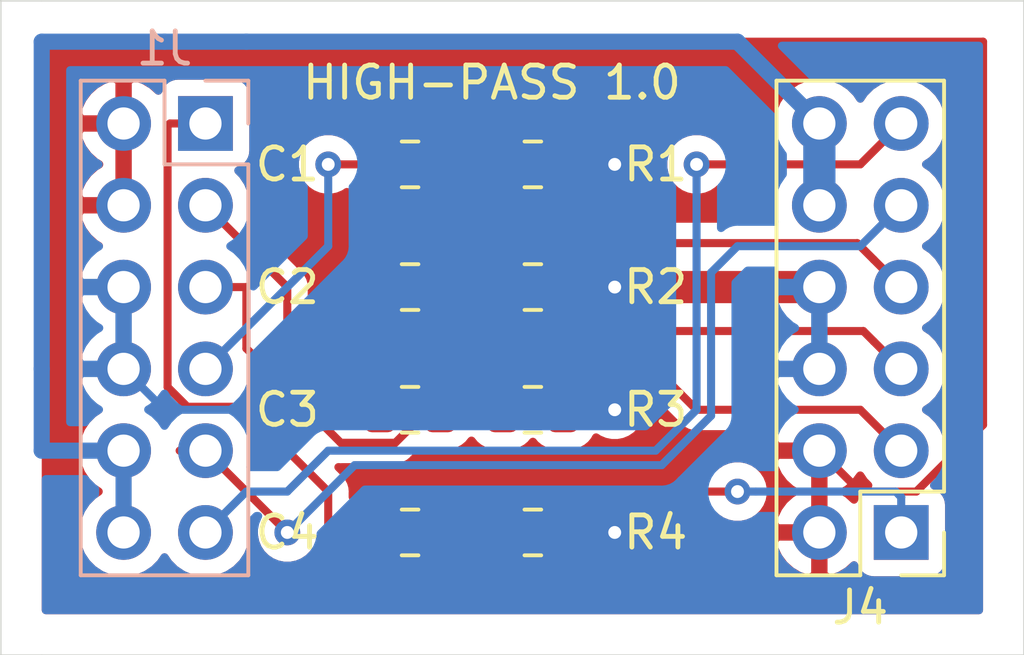
<source format=kicad_pcb>
(kicad_pcb (version 20171130) (host pcbnew "(5.1.5-0-10_14)")

  (general
    (thickness 1.6)
    (drawings 8)
    (tracks 113)
    (zones 0)
    (modules 10)
    (nets 14)
  )

  (page A4)
  (layers
    (0 F.Cu signal hide)
    (31 B.Cu signal)
    (32 B.Adhes user)
    (33 F.Adhes user)
    (34 B.Paste user)
    (35 F.Paste user)
    (36 B.SilkS user)
    (37 F.SilkS user)
    (38 B.Mask user)
    (39 F.Mask user)
    (40 Dwgs.User user)
    (41 Cmts.User user)
    (42 Eco1.User user)
    (43 Eco2.User user)
    (44 Edge.Cuts user)
    (45 Margin user)
    (46 B.CrtYd user)
    (47 F.CrtYd user)
    (48 B.Fab user)
    (49 F.Fab user)
  )

  (setup
    (last_trace_width 0.25)
    (trace_clearance 0.2)
    (zone_clearance 0.508)
    (zone_45_only no)
    (trace_min 0.2)
    (via_size 0.8)
    (via_drill 0.4)
    (via_min_size 0.4)
    (via_min_drill 0.3)
    (uvia_size 0.3)
    (uvia_drill 0.1)
    (uvias_allowed no)
    (uvia_min_size 0.2)
    (uvia_min_drill 0.1)
    (edge_width 0.05)
    (segment_width 0.2)
    (pcb_text_width 0.3)
    (pcb_text_size 1.5 1.5)
    (mod_edge_width 0.12)
    (mod_text_size 1 1)
    (mod_text_width 0.15)
    (pad_size 1.524 1.524)
    (pad_drill 0.762)
    (pad_to_mask_clearance 0.051)
    (solder_mask_min_width 0.25)
    (aux_axis_origin 0 0)
    (visible_elements FFFFFF7F)
    (pcbplotparams
      (layerselection 0x010fc_ffffffff)
      (usegerberextensions false)
      (usegerberattributes false)
      (usegerberadvancedattributes false)
      (creategerberjobfile false)
      (excludeedgelayer true)
      (linewidth 0.100000)
      (plotframeref false)
      (viasonmask false)
      (mode 1)
      (useauxorigin false)
      (hpglpennumber 1)
      (hpglpenspeed 20)
      (hpglpendiameter 15.000000)
      (psnegative false)
      (psa4output false)
      (plotreference true)
      (plotvalue true)
      (plotinvisibletext false)
      (padsonsilk false)
      (subtractmaskfromsilk false)
      (outputformat 1)
      (mirror false)
      (drillshape 0)
      (scaleselection 1)
      (outputdirectory ""))
  )

  (net 0 "")
  (net 1 "Net-(C1-Pad1)")
  (net 2 "Net-(C1-Pad2)")
  (net 3 "Net-(C2-Pad2)")
  (net 4 "Net-(C2-Pad1)")
  (net 5 "Net-(C3-Pad1)")
  (net 6 "Net-(C3-Pad2)")
  (net 7 "Net-(C4-Pad2)")
  (net 8 "Net-(C4-Pad1)")
  (net 9 "Net-(J1-Pad9)")
  (net 10 "Net-(J1-Pad10)")
  (net 11 "Net-(J1-Pad11)")
  (net 12 VCC)
  (net 13 GND)

  (net_class Default "This is the default net class."
    (clearance 0.2)
    (trace_width 0.25)
    (via_dia 0.8)
    (via_drill 0.4)
    (uvia_dia 0.3)
    (uvia_drill 0.1)
    (add_net GND)
    (add_net "Net-(C1-Pad1)")
    (add_net "Net-(C1-Pad2)")
    (add_net "Net-(C2-Pad1)")
    (add_net "Net-(C2-Pad2)")
    (add_net "Net-(C3-Pad1)")
    (add_net "Net-(C3-Pad2)")
    (add_net "Net-(C4-Pad1)")
    (add_net "Net-(C4-Pad2)")
    (add_net "Net-(J1-Pad10)")
    (add_net "Net-(J1-Pad11)")
    (add_net "Net-(J1-Pad9)")
    (add_net VCC)
  )

  (module Connector_PinHeader_2.54mm:PinHeader_2x06_P2.54mm_Vertical (layer B.Cu) (tedit 59FED5CC) (tstamp 6046EF80)
    (at 85.09 107.95 180)
    (descr "Through hole straight pin header, 2x06, 2.54mm pitch, double rows")
    (tags "Through hole pin header THT 2x06 2.54mm double row")
    (path /6046DE6F)
    (fp_text reference J1 (at 1.27 2.33) (layer B.SilkS)
      (effects (font (size 1 1) (thickness 0.15)) (justify mirror))
    )
    (fp_text value "Male Pins" (at 1.27 -15.03) (layer B.Fab)
      (effects (font (size 1 1) (thickness 0.15)) (justify mirror))
    )
    (fp_line (start 0 1.27) (end 3.81 1.27) (layer B.Fab) (width 0.1))
    (fp_line (start 3.81 1.27) (end 3.81 -13.97) (layer B.Fab) (width 0.1))
    (fp_line (start 3.81 -13.97) (end -1.27 -13.97) (layer B.Fab) (width 0.1))
    (fp_line (start -1.27 -13.97) (end -1.27 0) (layer B.Fab) (width 0.1))
    (fp_line (start -1.27 0) (end 0 1.27) (layer B.Fab) (width 0.1))
    (fp_line (start -1.33 -14.03) (end 3.87 -14.03) (layer B.SilkS) (width 0.12))
    (fp_line (start -1.33 -1.27) (end -1.33 -14.03) (layer B.SilkS) (width 0.12))
    (fp_line (start 3.87 1.33) (end 3.87 -14.03) (layer B.SilkS) (width 0.12))
    (fp_line (start -1.33 -1.27) (end 1.27 -1.27) (layer B.SilkS) (width 0.12))
    (fp_line (start 1.27 -1.27) (end 1.27 1.33) (layer B.SilkS) (width 0.12))
    (fp_line (start 1.27 1.33) (end 3.87 1.33) (layer B.SilkS) (width 0.12))
    (fp_line (start -1.33 0) (end -1.33 1.33) (layer B.SilkS) (width 0.12))
    (fp_line (start -1.33 1.33) (end 0 1.33) (layer B.SilkS) (width 0.12))
    (fp_line (start -1.8 1.8) (end -1.8 -14.5) (layer B.CrtYd) (width 0.05))
    (fp_line (start -1.8 -14.5) (end 4.35 -14.5) (layer B.CrtYd) (width 0.05))
    (fp_line (start 4.35 -14.5) (end 4.35 1.8) (layer B.CrtYd) (width 0.05))
    (fp_line (start 4.35 1.8) (end -1.8 1.8) (layer B.CrtYd) (width 0.05))
    (fp_text user %R (at 1.27 -6.35 270) (layer B.Fab)
      (effects (font (size 1 1) (thickness 0.15)) (justify mirror))
    )
    (pad 1 thru_hole rect (at 0 0 180) (size 1.7 1.7) (drill 1) (layers *.Cu *.Mask)
      (net 1 "Net-(C1-Pad1)"))
    (pad 2 thru_hole oval (at 2.54 0 180) (size 1.7 1.7) (drill 1) (layers *.Cu *.Mask)
      (net 12 VCC))
    (pad 3 thru_hole oval (at 0 -2.54 180) (size 1.7 1.7) (drill 1) (layers *.Cu *.Mask)
      (net 3 "Net-(C2-Pad2)"))
    (pad 4 thru_hole oval (at 2.54 -2.54 180) (size 1.7 1.7) (drill 1) (layers *.Cu *.Mask)
      (net 12 VCC))
    (pad 5 thru_hole oval (at 0 -5.08 180) (size 1.7 1.7) (drill 1) (layers *.Cu *.Mask)
      (net 6 "Net-(C3-Pad2)"))
    (pad 6 thru_hole oval (at 2.54 -5.08 180) (size 1.7 1.7) (drill 1) (layers *.Cu *.Mask)
      (net 13 GND))
    (pad 7 thru_hole oval (at 0 -7.62 180) (size 1.7 1.7) (drill 1) (layers *.Cu *.Mask)
      (net 7 "Net-(C4-Pad2)"))
    (pad 8 thru_hole oval (at 2.54 -7.62 180) (size 1.7 1.7) (drill 1) (layers *.Cu *.Mask)
      (net 13 GND))
    (pad 9 thru_hole oval (at 0 -10.16 180) (size 1.7 1.7) (drill 1) (layers *.Cu *.Mask)
      (net 9 "Net-(J1-Pad9)"))
    (pad 10 thru_hole oval (at 2.54 -10.16 180) (size 1.7 1.7) (drill 1) (layers *.Cu *.Mask)
      (net 10 "Net-(J1-Pad10)"))
    (pad 11 thru_hole oval (at 0 -12.7 180) (size 1.7 1.7) (drill 1) (layers *.Cu *.Mask)
      (net 11 "Net-(J1-Pad11)"))
    (pad 12 thru_hole oval (at 2.54 -12.7 180) (size 1.7 1.7) (drill 1) (layers *.Cu *.Mask)
      (net 10 "Net-(J1-Pad10)"))
    (model ${KISYS3DMOD}/Connector_PinHeader_2.54mm.3dshapes/PinHeader_2x06_P2.54mm_Vertical.wrl
      (at (xyz 0 0 0))
      (scale (xyz 1 1 1))
      (rotate (xyz 0 0 0))
    )
  )

  (module Connector_PinHeader_2.54mm:PinHeader_2x06_P2.54mm_Vertical (layer F.Cu) (tedit 59FED5CC) (tstamp 6046EFE6)
    (at 106.68 120.65 180)
    (descr "Through hole straight pin header, 2x06, 2.54mm pitch, double rows")
    (tags "Through hole pin header THT 2x06 2.54mm double row")
    (path /6046EF8D)
    (fp_text reference J4 (at 1.27 -2.33) (layer F.SilkS)
      (effects (font (size 1 1) (thickness 0.15)))
    )
    (fp_text value "Female Sockets" (at 1.27 15.03) (layer F.Fab)
      (effects (font (size 1 1) (thickness 0.15)))
    )
    (fp_text user %R (at 3.81 -2.54 90) (layer F.Fab)
      (effects (font (size 1 1) (thickness 0.15)))
    )
    (fp_line (start 4.35 -1.8) (end -1.8 -1.8) (layer F.CrtYd) (width 0.05))
    (fp_line (start 4.35 14.5) (end 4.35 -1.8) (layer F.CrtYd) (width 0.05))
    (fp_line (start -1.8 14.5) (end 4.35 14.5) (layer F.CrtYd) (width 0.05))
    (fp_line (start -1.8 -1.8) (end -1.8 14.5) (layer F.CrtYd) (width 0.05))
    (fp_line (start -1.33 -1.33) (end 0 -1.33) (layer F.SilkS) (width 0.12))
    (fp_line (start -1.33 0) (end -1.33 -1.33) (layer F.SilkS) (width 0.12))
    (fp_line (start 1.27 -1.33) (end 3.87 -1.33) (layer F.SilkS) (width 0.12))
    (fp_line (start 1.27 1.27) (end 1.27 -1.33) (layer F.SilkS) (width 0.12))
    (fp_line (start -1.33 1.27) (end 1.27 1.27) (layer F.SilkS) (width 0.12))
    (fp_line (start 3.87 -1.33) (end 3.87 14.03) (layer F.SilkS) (width 0.12))
    (fp_line (start -1.33 1.27) (end -1.33 14.03) (layer F.SilkS) (width 0.12))
    (fp_line (start -1.33 14.03) (end 3.87 14.03) (layer F.SilkS) (width 0.12))
    (fp_line (start -1.27 0) (end 0 -1.27) (layer F.Fab) (width 0.1))
    (fp_line (start -1.27 13.97) (end -1.27 0) (layer F.Fab) (width 0.1))
    (fp_line (start 3.81 13.97) (end -1.27 13.97) (layer F.Fab) (width 0.1))
    (fp_line (start 3.81 -1.27) (end 3.81 13.97) (layer F.Fab) (width 0.1))
    (fp_line (start 0 -1.27) (end 3.81 -1.27) (layer F.Fab) (width 0.1))
    (pad 12 thru_hole oval (at 2.54 12.7 180) (size 1.7 1.7) (drill 1) (layers *.Cu *.Mask)
      (net 10 "Net-(J1-Pad10)"))
    (pad 11 thru_hole oval (at 0 12.7 180) (size 1.7 1.7) (drill 1) (layers *.Cu *.Mask)
      (net 11 "Net-(J1-Pad11)"))
    (pad 10 thru_hole oval (at 2.54 10.16 180) (size 1.7 1.7) (drill 1) (layers *.Cu *.Mask)
      (net 10 "Net-(J1-Pad10)"))
    (pad 9 thru_hole oval (at 0 10.16 180) (size 1.7 1.7) (drill 1) (layers *.Cu *.Mask)
      (net 9 "Net-(J1-Pad9)"))
    (pad 8 thru_hole oval (at 2.54 7.62 180) (size 1.7 1.7) (drill 1) (layers *.Cu *.Mask)
      (net 13 GND))
    (pad 7 thru_hole oval (at 0 7.62 180) (size 1.7 1.7) (drill 1) (layers *.Cu *.Mask)
      (net 8 "Net-(C4-Pad1)"))
    (pad 6 thru_hole oval (at 2.54 5.08 180) (size 1.7 1.7) (drill 1) (layers *.Cu *.Mask)
      (net 13 GND))
    (pad 5 thru_hole oval (at 0 5.08 180) (size 1.7 1.7) (drill 1) (layers *.Cu *.Mask)
      (net 5 "Net-(C3-Pad1)"))
    (pad 4 thru_hole oval (at 2.54 2.54 180) (size 1.7 1.7) (drill 1) (layers *.Cu *.Mask)
      (net 12 VCC))
    (pad 3 thru_hole oval (at 0 2.54 180) (size 1.7 1.7) (drill 1) (layers *.Cu *.Mask)
      (net 4 "Net-(C2-Pad1)"))
    (pad 2 thru_hole oval (at 2.54 0 180) (size 1.7 1.7) (drill 1) (layers *.Cu *.Mask)
      (net 12 VCC))
    (pad 1 thru_hole rect (at 0 0 180) (size 1.7 1.7) (drill 1) (layers *.Cu *.Mask)
      (net 2 "Net-(C1-Pad2)"))
    (model ${KISYS3DMOD}/Connector_PinHeader_2.54mm.3dshapes/PinHeader_2x06_P2.54mm_Vertical.wrl
      (at (xyz 0 0 0))
      (scale (xyz 1 1 1))
      (rotate (xyz 0 0 0))
    )
  )

  (module Resistor_SMD:R_0805_2012Metric (layer F.Cu) (tedit 5B36C52B) (tstamp 6046EFF7)
    (at 95.25 109.22)
    (descr "Resistor SMD 0805 (2012 Metric), square (rectangular) end terminal, IPC_7351 nominal, (Body size source: https://docs.google.com/spreadsheets/d/1BsfQQcO9C6DZCsRaXUlFlo91Tg2WpOkGARC1WS5S8t0/edit?usp=sharing), generated with kicad-footprint-generator")
    (tags resistor)
    (path /60480418)
    (attr smd)
    (fp_text reference R1 (at 3.81 0) (layer F.SilkS)
      (effects (font (size 1 1) (thickness 0.15)))
    )
    (fp_text value 10k0 (at 1.27 -2.54) (layer F.Fab)
      (effects (font (size 1 1) (thickness 0.15)))
    )
    (fp_line (start -1 0.6) (end -1 -0.6) (layer F.Fab) (width 0.1))
    (fp_line (start -1 -0.6) (end 1 -0.6) (layer F.Fab) (width 0.1))
    (fp_line (start 1 -0.6) (end 1 0.6) (layer F.Fab) (width 0.1))
    (fp_line (start 1 0.6) (end -1 0.6) (layer F.Fab) (width 0.1))
    (fp_line (start -0.258578 -0.71) (end 0.258578 -0.71) (layer F.SilkS) (width 0.12))
    (fp_line (start -0.258578 0.71) (end 0.258578 0.71) (layer F.SilkS) (width 0.12))
    (fp_line (start -1.68 0.95) (end -1.68 -0.95) (layer F.CrtYd) (width 0.05))
    (fp_line (start -1.68 -0.95) (end 1.68 -0.95) (layer F.CrtYd) (width 0.05))
    (fp_line (start 1.68 -0.95) (end 1.68 0.95) (layer F.CrtYd) (width 0.05))
    (fp_line (start 1.68 0.95) (end -1.68 0.95) (layer F.CrtYd) (width 0.05))
    (fp_text user %R (at 0 0) (layer F.Fab)
      (effects (font (size 0.5 0.5) (thickness 0.08)))
    )
    (pad 1 smd roundrect (at -0.9375 0) (size 0.975 1.4) (layers F.Cu F.Paste F.Mask) (roundrect_rratio 0.25)
      (net 8 "Net-(C4-Pad1)"))
    (pad 2 smd roundrect (at 0.9375 0) (size 0.975 1.4) (layers F.Cu F.Paste F.Mask) (roundrect_rratio 0.25)
      (net 13 GND))
    (model ${KISYS3DMOD}/Resistor_SMD.3dshapes/R_0805_2012Metric.wrl
      (at (xyz 0 0 0))
      (scale (xyz 1 1 1))
      (rotate (xyz 0 0 0))
    )
  )

  (module Resistor_SMD:R_0805_2012Metric (layer F.Cu) (tedit 5B36C52B) (tstamp 6046EF2B)
    (at 91.44 120.65)
    (descr "Resistor SMD 0805 (2012 Metric), square (rectangular) end terminal, IPC_7351 nominal, (Body size source: https://docs.google.com/spreadsheets/d/1BsfQQcO9C6DZCsRaXUlFlo91Tg2WpOkGARC1WS5S8t0/edit?usp=sharing), generated with kicad-footprint-generator")
    (tags resistor)
    (path /60474937)
    (attr smd)
    (fp_text reference C1 (at -3.81 -11.43) (layer F.SilkS)
      (effects (font (size 1 1) (thickness 0.15)))
    )
    (fp_text value 0u01F (at 0 1.65) (layer F.Fab)
      (effects (font (size 1 1) (thickness 0.15)))
    )
    (fp_line (start -1 0.6) (end -1 -0.6) (layer F.Fab) (width 0.1))
    (fp_line (start -1 -0.6) (end 1 -0.6) (layer F.Fab) (width 0.1))
    (fp_line (start 1 -0.6) (end 1 0.6) (layer F.Fab) (width 0.1))
    (fp_line (start 1 0.6) (end -1 0.6) (layer F.Fab) (width 0.1))
    (fp_line (start -0.258578 -0.71) (end 0.258578 -0.71) (layer F.SilkS) (width 0.12))
    (fp_line (start -0.258578 0.71) (end 0.258578 0.71) (layer F.SilkS) (width 0.12))
    (fp_line (start -1.68 0.95) (end -1.68 -0.95) (layer F.CrtYd) (width 0.05))
    (fp_line (start -1.68 -0.95) (end 1.68 -0.95) (layer F.CrtYd) (width 0.05))
    (fp_line (start 1.68 -0.95) (end 1.68 0.95) (layer F.CrtYd) (width 0.05))
    (fp_line (start 1.68 0.95) (end -1.68 0.95) (layer F.CrtYd) (width 0.05))
    (fp_text user %R (at 0 0) (layer F.Fab)
      (effects (font (size 0.5 0.5) (thickness 0.08)))
    )
    (pad 1 smd roundrect (at -0.9375 0) (size 0.975 1.4) (layers F.Cu F.Paste F.Mask) (roundrect_rratio 0.25)
      (net 1 "Net-(C1-Pad1)"))
    (pad 2 smd roundrect (at 0.9375 0) (size 0.975 1.4) (layers F.Cu F.Paste F.Mask) (roundrect_rratio 0.25)
      (net 2 "Net-(C1-Pad2)"))
    (model ${KISYS3DMOD}/Resistor_SMD.3dshapes/R_0805_2012Metric.wrl
      (at (xyz 0 0 0))
      (scale (xyz 1 1 1))
      (rotate (xyz 0 0 0))
    )
  )

  (module Resistor_SMD:R_0805_2012Metric (layer F.Cu) (tedit 5B36C52B) (tstamp 6046EF3C)
    (at 91.44 116.84 180)
    (descr "Resistor SMD 0805 (2012 Metric), square (rectangular) end terminal, IPC_7351 nominal, (Body size source: https://docs.google.com/spreadsheets/d/1BsfQQcO9C6DZCsRaXUlFlo91Tg2WpOkGARC1WS5S8t0/edit?usp=sharing), generated with kicad-footprint-generator")
    (tags resistor)
    (path /60474B13)
    (attr smd)
    (fp_text reference C2 (at 3.81 3.81) (layer F.SilkS)
      (effects (font (size 1 1) (thickness 0.15)))
    )
    (fp_text value 0u01F (at 1.27 -1.27) (layer F.Fab)
      (effects (font (size 1 1) (thickness 0.15)))
    )
    (fp_text user %R (at 0 0) (layer F.Fab)
      (effects (font (size 0.5 0.5) (thickness 0.08)))
    )
    (fp_line (start 1.68 0.95) (end -1.68 0.95) (layer F.CrtYd) (width 0.05))
    (fp_line (start 1.68 -0.95) (end 1.68 0.95) (layer F.CrtYd) (width 0.05))
    (fp_line (start -1.68 -0.95) (end 1.68 -0.95) (layer F.CrtYd) (width 0.05))
    (fp_line (start -1.68 0.95) (end -1.68 -0.95) (layer F.CrtYd) (width 0.05))
    (fp_line (start -0.258578 0.71) (end 0.258578 0.71) (layer F.SilkS) (width 0.12))
    (fp_line (start -0.258578 -0.71) (end 0.258578 -0.71) (layer F.SilkS) (width 0.12))
    (fp_line (start 1 0.6) (end -1 0.6) (layer F.Fab) (width 0.1))
    (fp_line (start 1 -0.6) (end 1 0.6) (layer F.Fab) (width 0.1))
    (fp_line (start -1 -0.6) (end 1 -0.6) (layer F.Fab) (width 0.1))
    (fp_line (start -1 0.6) (end -1 -0.6) (layer F.Fab) (width 0.1))
    (pad 2 smd roundrect (at 0.9375 0 180) (size 0.975 1.4) (layers F.Cu F.Paste F.Mask) (roundrect_rratio 0.25)
      (net 3 "Net-(C2-Pad2)"))
    (pad 1 smd roundrect (at -0.9375 0 180) (size 0.975 1.4) (layers F.Cu F.Paste F.Mask) (roundrect_rratio 0.25)
      (net 4 "Net-(C2-Pad1)"))
    (model ${KISYS3DMOD}/Resistor_SMD.3dshapes/R_0805_2012Metric.wrl
      (at (xyz 0 0 0))
      (scale (xyz 1 1 1))
      (rotate (xyz 0 0 0))
    )
  )

  (module Resistor_SMD:R_0805_2012Metric (layer F.Cu) (tedit 5B36C52B) (tstamp 6046EF4D)
    (at 91.44 113.03 180)
    (descr "Resistor SMD 0805 (2012 Metric), square (rectangular) end terminal, IPC_7351 nominal, (Body size source: https://docs.google.com/spreadsheets/d/1BsfQQcO9C6DZCsRaXUlFlo91Tg2WpOkGARC1WS5S8t0/edit?usp=sharing), generated with kicad-footprint-generator")
    (tags resistor)
    (path /60475000)
    (attr smd)
    (fp_text reference C3 (at 3.81 -3.81 180) (layer F.SilkS)
      (effects (font (size 1 1) (thickness 0.15)))
    )
    (fp_text value 0u01F (at 1.27 1.65) (layer F.Fab)
      (effects (font (size 1 1) (thickness 0.15)))
    )
    (fp_line (start -1 0.6) (end -1 -0.6) (layer F.Fab) (width 0.1))
    (fp_line (start -1 -0.6) (end 1 -0.6) (layer F.Fab) (width 0.1))
    (fp_line (start 1 -0.6) (end 1 0.6) (layer F.Fab) (width 0.1))
    (fp_line (start 1 0.6) (end -1 0.6) (layer F.Fab) (width 0.1))
    (fp_line (start -0.258578 -0.71) (end 0.258578 -0.71) (layer F.SilkS) (width 0.12))
    (fp_line (start -0.258578 0.71) (end 0.258578 0.71) (layer F.SilkS) (width 0.12))
    (fp_line (start -1.68 0.95) (end -1.68 -0.95) (layer F.CrtYd) (width 0.05))
    (fp_line (start -1.68 -0.95) (end 1.68 -0.95) (layer F.CrtYd) (width 0.05))
    (fp_line (start 1.68 -0.95) (end 1.68 0.95) (layer F.CrtYd) (width 0.05))
    (fp_line (start 1.68 0.95) (end -1.68 0.95) (layer F.CrtYd) (width 0.05))
    (fp_text user %R (at 0 0) (layer F.Fab)
      (effects (font (size 0.5 0.5) (thickness 0.08)))
    )
    (pad 1 smd roundrect (at -0.9375 0 180) (size 0.975 1.4) (layers F.Cu F.Paste F.Mask) (roundrect_rratio 0.25)
      (net 5 "Net-(C3-Pad1)"))
    (pad 2 smd roundrect (at 0.9375 0 180) (size 0.975 1.4) (layers F.Cu F.Paste F.Mask) (roundrect_rratio 0.25)
      (net 6 "Net-(C3-Pad2)"))
    (model ${KISYS3DMOD}/Resistor_SMD.3dshapes/R_0805_2012Metric.wrl
      (at (xyz 0 0 0))
      (scale (xyz 1 1 1))
      (rotate (xyz 0 0 0))
    )
  )

  (module Resistor_SMD:R_0805_2012Metric (layer F.Cu) (tedit 5B36C52B) (tstamp 6046EF5E)
    (at 91.44 109.22 180)
    (descr "Resistor SMD 0805 (2012 Metric), square (rectangular) end terminal, IPC_7351 nominal, (Body size source: https://docs.google.com/spreadsheets/d/1BsfQQcO9C6DZCsRaXUlFlo91Tg2WpOkGARC1WS5S8t0/edit?usp=sharing), generated with kicad-footprint-generator")
    (tags resistor)
    (path /604754FE)
    (attr smd)
    (fp_text reference C4 (at 3.81 -11.43) (layer F.SilkS)
      (effects (font (size 1 1) (thickness 0.15)))
    )
    (fp_text value 0u01F (at 0 2.54) (layer F.Fab)
      (effects (font (size 1 1) (thickness 0.15)))
    )
    (fp_text user %R (at 0 0) (layer F.Fab)
      (effects (font (size 0.5 0.5) (thickness 0.08)))
    )
    (fp_line (start 1.68 0.95) (end -1.68 0.95) (layer F.CrtYd) (width 0.05))
    (fp_line (start 1.68 -0.95) (end 1.68 0.95) (layer F.CrtYd) (width 0.05))
    (fp_line (start -1.68 -0.95) (end 1.68 -0.95) (layer F.CrtYd) (width 0.05))
    (fp_line (start -1.68 0.95) (end -1.68 -0.95) (layer F.CrtYd) (width 0.05))
    (fp_line (start -0.258578 0.71) (end 0.258578 0.71) (layer F.SilkS) (width 0.12))
    (fp_line (start -0.258578 -0.71) (end 0.258578 -0.71) (layer F.SilkS) (width 0.12))
    (fp_line (start 1 0.6) (end -1 0.6) (layer F.Fab) (width 0.1))
    (fp_line (start 1 -0.6) (end 1 0.6) (layer F.Fab) (width 0.1))
    (fp_line (start -1 -0.6) (end 1 -0.6) (layer F.Fab) (width 0.1))
    (fp_line (start -1 0.6) (end -1 -0.6) (layer F.Fab) (width 0.1))
    (pad 2 smd roundrect (at 0.9375 0 180) (size 0.975 1.4) (layers F.Cu F.Paste F.Mask) (roundrect_rratio 0.25)
      (net 7 "Net-(C4-Pad2)"))
    (pad 1 smd roundrect (at -0.9375 0 180) (size 0.975 1.4) (layers F.Cu F.Paste F.Mask) (roundrect_rratio 0.25)
      (net 8 "Net-(C4-Pad1)"))
    (model ${KISYS3DMOD}/Resistor_SMD.3dshapes/R_0805_2012Metric.wrl
      (at (xyz 0 0 0))
      (scale (xyz 1 1 1))
      (rotate (xyz 0 0 0))
    )
  )

  (module Resistor_SMD:R_0805_2012Metric (layer F.Cu) (tedit 5B36C52B) (tstamp 6046F008)
    (at 95.25 113.03)
    (descr "Resistor SMD 0805 (2012 Metric), square (rectangular) end terminal, IPC_7351 nominal, (Body size source: https://docs.google.com/spreadsheets/d/1BsfQQcO9C6DZCsRaXUlFlo91Tg2WpOkGARC1WS5S8t0/edit?usp=sharing), generated with kicad-footprint-generator")
    (tags resistor)
    (path /60481091)
    (attr smd)
    (fp_text reference R2 (at 3.81 0) (layer F.SilkS)
      (effects (font (size 1 1) (thickness 0.15)))
    )
    (fp_text value 10k0 (at 0 -3.76) (layer F.Fab)
      (effects (font (size 1 1) (thickness 0.15)))
    )
    (fp_text user %R (at 0 0) (layer F.Fab)
      (effects (font (size 0.5 0.5) (thickness 0.08)))
    )
    (fp_line (start 1.68 0.95) (end -1.68 0.95) (layer F.CrtYd) (width 0.05))
    (fp_line (start 1.68 -0.95) (end 1.68 0.95) (layer F.CrtYd) (width 0.05))
    (fp_line (start -1.68 -0.95) (end 1.68 -0.95) (layer F.CrtYd) (width 0.05))
    (fp_line (start -1.68 0.95) (end -1.68 -0.95) (layer F.CrtYd) (width 0.05))
    (fp_line (start -0.258578 0.71) (end 0.258578 0.71) (layer F.SilkS) (width 0.12))
    (fp_line (start -0.258578 -0.71) (end 0.258578 -0.71) (layer F.SilkS) (width 0.12))
    (fp_line (start 1 0.6) (end -1 0.6) (layer F.Fab) (width 0.1))
    (fp_line (start 1 -0.6) (end 1 0.6) (layer F.Fab) (width 0.1))
    (fp_line (start -1 -0.6) (end 1 -0.6) (layer F.Fab) (width 0.1))
    (fp_line (start -1 0.6) (end -1 -0.6) (layer F.Fab) (width 0.1))
    (pad 2 smd roundrect (at 0.9375 0) (size 0.975 1.4) (layers F.Cu F.Paste F.Mask) (roundrect_rratio 0.25)
      (net 13 GND))
    (pad 1 smd roundrect (at -0.9375 0) (size 0.975 1.4) (layers F.Cu F.Paste F.Mask) (roundrect_rratio 0.25)
      (net 5 "Net-(C3-Pad1)"))
    (model ${KISYS3DMOD}/Resistor_SMD.3dshapes/R_0805_2012Metric.wrl
      (at (xyz 0 0 0))
      (scale (xyz 1 1 1))
      (rotate (xyz 0 0 0))
    )
  )

  (module Resistor_SMD:R_0805_2012Metric (layer F.Cu) (tedit 5B36C52B) (tstamp 6046F019)
    (at 95.25 116.84)
    (descr "Resistor SMD 0805 (2012 Metric), square (rectangular) end terminal, IPC_7351 nominal, (Body size source: https://docs.google.com/spreadsheets/d/1BsfQQcO9C6DZCsRaXUlFlo91Tg2WpOkGARC1WS5S8t0/edit?usp=sharing), generated with kicad-footprint-generator")
    (tags resistor)
    (path /60481AC8)
    (attr smd)
    (fp_text reference R3 (at 3.81 0) (layer F.SilkS)
      (effects (font (size 1 1) (thickness 0.15)))
    )
    (fp_text value 10k0 (at 0 1.27) (layer F.Fab)
      (effects (font (size 1 1) (thickness 0.15)))
    )
    (fp_line (start -1 0.6) (end -1 -0.6) (layer F.Fab) (width 0.1))
    (fp_line (start -1 -0.6) (end 1 -0.6) (layer F.Fab) (width 0.1))
    (fp_line (start 1 -0.6) (end 1 0.6) (layer F.Fab) (width 0.1))
    (fp_line (start 1 0.6) (end -1 0.6) (layer F.Fab) (width 0.1))
    (fp_line (start -0.258578 -0.71) (end 0.258578 -0.71) (layer F.SilkS) (width 0.12))
    (fp_line (start -0.258578 0.71) (end 0.258578 0.71) (layer F.SilkS) (width 0.12))
    (fp_line (start -1.68 0.95) (end -1.68 -0.95) (layer F.CrtYd) (width 0.05))
    (fp_line (start -1.68 -0.95) (end 1.68 -0.95) (layer F.CrtYd) (width 0.05))
    (fp_line (start 1.68 -0.95) (end 1.68 0.95) (layer F.CrtYd) (width 0.05))
    (fp_line (start 1.68 0.95) (end -1.68 0.95) (layer F.CrtYd) (width 0.05))
    (fp_text user %R (at 0 0) (layer F.Fab)
      (effects (font (size 0.5 0.5) (thickness 0.08)))
    )
    (pad 1 smd roundrect (at -0.9375 0) (size 0.975 1.4) (layers F.Cu F.Paste F.Mask) (roundrect_rratio 0.25)
      (net 4 "Net-(C2-Pad1)"))
    (pad 2 smd roundrect (at 0.9375 0) (size 0.975 1.4) (layers F.Cu F.Paste F.Mask) (roundrect_rratio 0.25)
      (net 13 GND))
    (model ${KISYS3DMOD}/Resistor_SMD.3dshapes/R_0805_2012Metric.wrl
      (at (xyz 0 0 0))
      (scale (xyz 1 1 1))
      (rotate (xyz 0 0 0))
    )
  )

  (module Resistor_SMD:R_0805_2012Metric (layer F.Cu) (tedit 5B36C52B) (tstamp 6046F02A)
    (at 95.25 120.65)
    (descr "Resistor SMD 0805 (2012 Metric), square (rectangular) end terminal, IPC_7351 nominal, (Body size source: https://docs.google.com/spreadsheets/d/1BsfQQcO9C6DZCsRaXUlFlo91Tg2WpOkGARC1WS5S8t0/edit?usp=sharing), generated with kicad-footprint-generator")
    (tags resistor)
    (path /60482458)
    (attr smd)
    (fp_text reference R4 (at 3.81 0) (layer F.SilkS)
      (effects (font (size 1 1) (thickness 0.15)))
    )
    (fp_text value 10k0 (at 0 1.65) (layer F.Fab)
      (effects (font (size 1 1) (thickness 0.15)))
    )
    (fp_text user %R (at 0 0) (layer F.Fab)
      (effects (font (size 0.5 0.5) (thickness 0.08)))
    )
    (fp_line (start 1.68 0.95) (end -1.68 0.95) (layer F.CrtYd) (width 0.05))
    (fp_line (start 1.68 -0.95) (end 1.68 0.95) (layer F.CrtYd) (width 0.05))
    (fp_line (start -1.68 -0.95) (end 1.68 -0.95) (layer F.CrtYd) (width 0.05))
    (fp_line (start -1.68 0.95) (end -1.68 -0.95) (layer F.CrtYd) (width 0.05))
    (fp_line (start -0.258578 0.71) (end 0.258578 0.71) (layer F.SilkS) (width 0.12))
    (fp_line (start -0.258578 -0.71) (end 0.258578 -0.71) (layer F.SilkS) (width 0.12))
    (fp_line (start 1 0.6) (end -1 0.6) (layer F.Fab) (width 0.1))
    (fp_line (start 1 -0.6) (end 1 0.6) (layer F.Fab) (width 0.1))
    (fp_line (start -1 -0.6) (end 1 -0.6) (layer F.Fab) (width 0.1))
    (fp_line (start -1 0.6) (end -1 -0.6) (layer F.Fab) (width 0.1))
    (pad 2 smd roundrect (at 0.9375 0) (size 0.975 1.4) (layers F.Cu F.Paste F.Mask) (roundrect_rratio 0.25)
      (net 13 GND))
    (pad 1 smd roundrect (at -0.9375 0) (size 0.975 1.4) (layers F.Cu F.Paste F.Mask) (roundrect_rratio 0.25)
      (net 2 "Net-(C1-Pad2)"))
    (model ${KISYS3DMOD}/Resistor_SMD.3dshapes/R_0805_2012Metric.wrl
      (at (xyz 0 0 0))
      (scale (xyz 1 1 1))
      (rotate (xyz 0 0 0))
    )
  )

  (gr_text "HIGH-PASS 1.0" (at 93.98 106.68) (layer F.SilkS)
    (effects (font (size 1 1) (thickness 0.15)))
  )
  (gr_text "HI-PASS 1.0" (at 93.98 106.68) (layer F.Cu)
    (effects (font (size 1.5 1.5) (thickness 0.3)))
  )
  (gr_line (start 78.74 124.46) (end 80.01 124.46) (layer Edge.Cuts) (width 0.05) (tstamp 60497AA3))
  (gr_line (start 78.74 104.14) (end 78.74 124.46) (layer Edge.Cuts) (width 0.05))
  (gr_line (start 80.01 104.14) (end 78.74 104.14) (layer Edge.Cuts) (width 0.05))
  (gr_line (start 80.01 124.46) (end 110.49 124.46) (layer Edge.Cuts) (width 0.05) (tstamp 6049744B))
  (gr_line (start 110.49 104.14) (end 80.01 104.14) (layer Edge.Cuts) (width 0.05) (tstamp 6049744A))
  (gr_line (start 110.49 104.14) (end 110.49 124.46) (layer Edge.Cuts) (width 0.05))

  (segment (start 88.9 120.65) (end 88.9 120.65) (width 0.25) (layer F.Cu) (net 1) (tstamp 605556F3))
  (segment (start 87.63 118.11) (end 87.63 118.11) (width 0.25) (layer F.Cu) (net 1) (tstamp 60565A16))
  (segment (start 83.914999 108.025001) (end 83.99 107.95) (width 0.25) (layer F.Cu) (net 1))
  (segment (start 86.265001 116.745001) (end 84.525999 116.745001) (width 0.25) (layer F.Cu) (net 1))
  (segment (start 88.9 119.38) (end 86.265001 116.745001) (width 0.25) (layer F.Cu) (net 1))
  (segment (start 83.99 107.95) (end 85.09 107.95) (width 0.25) (layer F.Cu) (net 1))
  (segment (start 84.525999 116.745001) (end 83.914999 116.134001) (width 0.25) (layer F.Cu) (net 1))
  (segment (start 88.9 120.65) (end 88.9 119.38) (width 0.25) (layer F.Cu) (net 1))
  (segment (start 83.914999 116.134001) (end 83.914999 108.025001) (width 0.25) (layer F.Cu) (net 1))
  (segment (start 90.5025 120.65) (end 88.9 120.65) (width 0.25) (layer F.Cu) (net 1))
  (segment (start 92.3775 120.65) (end 94.3125 120.65) (width 0.25) (layer F.Cu) (net 2))
  (segment (start 106.68 119.55) (end 106.604999 119.474999) (width 0.25) (layer B.Cu) (net 2))
  (segment (start 94.3125 120.65) (end 94.3125 121.5875) (width 0.25) (layer F.Cu) (net 2))
  (segment (start 94.3125 121.5875) (end 94.645 121.92) (width 0.25) (layer F.Cu) (net 2))
  (segment (start 94.645 121.92) (end 95.25 121.92) (width 0.25) (layer F.Cu) (net 2))
  (segment (start 97.68674 121.92) (end 100.22674 119.38) (width 0.25) (layer F.Cu) (net 2))
  (segment (start 95.25 121.92) (end 97.68674 121.92) (width 0.25) (layer F.Cu) (net 2))
  (segment (start 100.22674 119.38) (end 101.6 119.38) (width 0.25) (layer F.Cu) (net 2))
  (segment (start 101.6 119.38) (end 101.6 119.38) (width 0.25) (layer F.Cu) (net 2) (tstamp 60569790))
  (via (at 101.6 119.38) (size 0.8) (drill 0.4) (layers F.Cu B.Cu) (net 2))
  (segment (start 106.51 119.38) (end 102.165685 119.38) (width 0.25) (layer B.Cu) (net 2))
  (segment (start 106.68 119.55) (end 106.51 119.38) (width 0.25) (layer B.Cu) (net 2))
  (segment (start 102.165685 119.38) (end 101.6 119.38) (width 0.25) (layer B.Cu) (net 2))
  (segment (start 106.68 120.65) (end 106.68 119.55) (width 0.25) (layer B.Cu) (net 2))
  (segment (start 85.09 110.49) (end 87.63 113.03) (width 0.25) (layer F.Cu) (net 3))
  (segment (start 87.63 115.57) (end 88.9 116.84) (width 0.25) (layer F.Cu) (net 3))
  (segment (start 88.9 116.84) (end 90.5025 116.84) (width 0.25) (layer F.Cu) (net 3))
  (segment (start 87.63 113.03) (end 87.63 115.57) (width 0.25) (layer F.Cu) (net 3))
  (segment (start 92.3775 116.84) (end 94.3125 116.84) (width 0.25) (layer F.Cu) (net 4))
  (segment (start 106.68 118.11) (end 105.41 116.84) (width 0.25) (layer F.Cu) (net 4))
  (segment (start 105.41 116.84) (end 100.33 116.84) (width 0.25) (layer F.Cu) (net 4))
  (segment (start 100.33 116.84) (end 99.06 115.57) (width 0.25) (layer F.Cu) (net 4))
  (segment (start 95.5825 115.57) (end 94.3125 116.84) (width 0.25) (layer F.Cu) (net 4))
  (segment (start 99.06 115.57) (end 95.5825 115.57) (width 0.25) (layer F.Cu) (net 4))
  (segment (start 92.3775 113.03) (end 94.3125 113.03) (width 0.25) (layer F.Cu) (net 5))
  (segment (start 105.504999 114.394999) (end 105.830001 114.720001) (width 0.25) (layer F.Cu) (net 5))
  (segment (start 105.830001 114.720001) (end 106.68 115.57) (width 0.25) (layer F.Cu) (net 5))
  (segment (start 95.677499 114.394999) (end 105.504999 114.394999) (width 0.25) (layer F.Cu) (net 5))
  (segment (start 94.3125 113.03) (end 95.677499 114.394999) (width 0.25) (layer F.Cu) (net 5))
  (segment (start 86.36 113.03) (end 85.09 113.03) (width 0.25) (layer F.Cu) (net 6))
  (segment (start 86.36 114.93641) (end 86.36 113.03) (width 0.25) (layer F.Cu) (net 6))
  (segment (start 89.2886 117.86501) (end 86.36 114.93641) (width 0.25) (layer F.Cu) (net 6))
  (segment (start 90.98184 117.86501) (end 89.2886 117.86501) (width 0.25) (layer F.Cu) (net 6))
  (segment (start 91.44 117.40685) (end 90.98184 117.86501) (width 0.25) (layer F.Cu) (net 6))
  (segment (start 91.44 113.9675) (end 91.44 117.40685) (width 0.25) (layer F.Cu) (net 6))
  (segment (start 90.5025 113.03) (end 91.44 113.9675) (width 0.25) (layer F.Cu) (net 6))
  (segment (start 90.5025 109.22) (end 88.9 109.22) (width 0.25) (layer F.Cu) (net 7))
  (segment (start 88.9 109.22) (end 88.9 109.22) (width 0.25) (layer F.Cu) (net 7) (tstamp 605654DA))
  (segment (start 85.09 115.57) (end 88.9 111.76) (width 0.25) (layer B.Cu) (net 7))
  (segment (start 88.9 111.76) (end 88.9 109.22) (width 0.25) (layer B.Cu) (net 7))
  (segment (start 88.9 109.22) (end 88.9 109.22) (width 0.25) (layer B.Cu) (net 7) (tstamp 60569919))
  (via (at 88.9 109.22) (size 0.8) (drill 0.4) (layers F.Cu B.Cu) (net 7))
  (segment (start 92.3775 109.22) (end 94.3125 109.22) (width 0.25) (layer F.Cu) (net 8))
  (segment (start 105.315001 111.665001) (end 105.830001 112.180001) (width 0.25) (layer F.Cu) (net 8))
  (segment (start 105.830001 112.180001) (end 106.68 113.03) (width 0.25) (layer F.Cu) (net 8))
  (segment (start 96.757501 111.665001) (end 105.315001 111.665001) (width 0.25) (layer F.Cu) (net 8))
  (segment (start 94.3125 109.22) (end 96.757501 111.665001) (width 0.25) (layer F.Cu) (net 8))
  (segment (start 84.289002 118.11) (end 85.09 118.11) (width 0.25) (layer F.Cu) (net 9))
  (segment (start 87.63 120.65) (end 85.09 118.11) (width 0.25) (layer F.Cu) (net 9))
  (segment (start 87.63 120.65) (end 87.63 120.65) (width 0.25) (layer B.Cu) (net 9) (tstamp 60569693))
  (via (at 87.63 120.65) (size 0.8) (drill 0.4) (layers F.Cu B.Cu) (net 9))
  (segment (start 99.2464 118.56001) (end 89.71999 118.56001) (width 0.25) (layer B.Cu) (net 9))
  (segment (start 89.71999 118.56001) (end 87.63 120.65) (width 0.25) (layer B.Cu) (net 9))
  (segment (start 100.780009 117.026401) (end 99.2464 118.56001) (width 0.25) (layer B.Cu) (net 9))
  (segment (start 100.78001 112.57999) (end 100.780009 117.026401) (width 0.25) (layer B.Cu) (net 9))
  (segment (start 101.6 111.76) (end 100.78001 112.57999) (width 0.25) (layer B.Cu) (net 9))
  (segment (start 105.41 111.76) (end 101.6 111.76) (width 0.25) (layer B.Cu) (net 9))
  (segment (start 106.68 110.49) (end 105.41 111.76) (width 0.25) (layer B.Cu) (net 9))
  (segment (start 104.14 107.95) (end 104.14 110.49) (width 1) (layer B.Cu) (net 10))
  (segment (start 82.55 118.11) (end 82.55 120.65) (width 0.5) (layer B.Cu) (net 10))
  (segment (start 104.14 107.95) (end 101.6 105.41) (width 0.5) (layer B.Cu) (net 10))
  (segment (start 101.6 105.41) (end 86.36 105.41) (width 0.5) (layer B.Cu) (net 10))
  (segment (start 83.82 105.41) (end 80.01 105.41) (width 0.5) (layer B.Cu) (net 10))
  (segment (start 86.36 105.41) (end 83.82 105.41) (width 0.5) (layer B.Cu) (net 10))
  (segment (start 83.82 105.41) (end 83.350998 105.41) (width 0.25) (layer B.Cu) (net 10))
  (segment (start 80.01 105.41) (end 80.01 115.57) (width 0.5) (layer B.Cu) (net 10))
  (segment (start 82.55 118.11) (end 80.01 118.11) (width 0.5) (layer B.Cu) (net 10))
  (segment (start 80.01 118.11) (end 80.01 115.57) (width 0.5) (layer B.Cu) (net 10))
  (segment (start 106.68 107.95) (end 105.41 109.22) (width 0.25) (layer F.Cu) (net 11))
  (segment (start 105.41 109.22) (end 100.33 109.22) (width 0.25) (layer F.Cu) (net 11))
  (segment (start 100.33 109.22) (end 100.33 109.22) (width 0.25) (layer F.Cu) (net 11) (tstamp 6056585F))
  (via (at 100.33 109.22) (size 0.8) (drill 0.4) (layers F.Cu B.Cu) (net 11))
  (segment (start 85.09 120.65) (end 86.36 119.38) (width 0.25) (layer B.Cu) (net 11))
  (segment (start 86.36 119.38) (end 87.63 119.38) (width 0.25) (layer B.Cu) (net 11))
  (segment (start 87.63 119.38) (end 88.9 118.11) (width 0.25) (layer B.Cu) (net 11))
  (segment (start 100.33 109.22) (end 100.33 116.84) (width 0.25) (layer B.Cu) (net 11))
  (segment (start 100.33 116.84) (end 99.06 118.11) (width 0.25) (layer B.Cu) (net 11))
  (segment (start 99.06 118.11) (end 88.9 118.11) (width 0.25) (layer B.Cu) (net 11))
  (segment (start 104.14 120.65) (end 104.14 118.11) (width 0.25) (layer F.Cu) (net 12))
  (segment (start 82.55 110.49) (end 82.55 107.95) (width 0.25) (layer F.Cu) (net 12))
  (segment (start 104.14 118.11) (end 105.41 119.38) (width 0.25) (layer F.Cu) (net 12))
  (segment (start 107.149002 119.38) (end 109.22 117.309002) (width 0.25) (layer F.Cu) (net 12))
  (segment (start 105.41 119.38) (end 107.149002 119.38) (width 0.25) (layer F.Cu) (net 12))
  (segment (start 109.22 117.309002) (end 109.22 105.41) (width 0.25) (layer F.Cu) (net 12))
  (segment (start 109.22 105.41) (end 82.55 105.41) (width 0.25) (layer F.Cu) (net 12))
  (segment (start 82.55 105.41) (end 82.55 107.95) (width 0.25) (layer F.Cu) (net 12))
  (segment (start 96.1875 109.22) (end 97.79 109.22) (width 0.25) (layer F.Cu) (net 13))
  (segment (start 96.1875 113.03) (end 97.79 113.03) (width 0.25) (layer F.Cu) (net 13))
  (segment (start 96.1875 116.84) (end 97.79 116.84) (width 0.25) (layer F.Cu) (net 13))
  (segment (start 96.1875 120.65) (end 97.79 120.65) (width 0.25) (layer F.Cu) (net 13))
  (segment (start 97.79 109.22) (end 97.79 109.22) (width 0.25) (layer F.Cu) (net 13) (tstamp 6056537B))
  (via (at 97.79 109.22) (size 0.8) (drill 0.4) (layers F.Cu B.Cu) (net 13))
  (segment (start 97.79 113.03) (end 97.79 113.03) (width 0.25) (layer F.Cu) (net 13) (tstamp 6056537D))
  (via (at 97.79 113.03) (size 0.8) (drill 0.4) (layers F.Cu B.Cu) (net 13))
  (segment (start 97.79 116.84) (end 97.79 116.84) (width 0.25) (layer F.Cu) (net 13) (tstamp 6056537F))
  (via (at 97.79 116.84) (size 0.8) (drill 0.4) (layers F.Cu B.Cu) (net 13))
  (segment (start 97.79 120.65) (end 97.79 120.65) (width 0.25) (layer F.Cu) (net 13) (tstamp 60565381))
  (via (at 97.79 120.65) (size 0.8) (drill 0.4) (layers F.Cu B.Cu) (net 13))
  (segment (start 104.14 113.03) (end 97.79 113.03) (width 1) (layer F.Cu) (net 13))
  (segment (start 82.55 115.57) (end 83.82 116.84) (width 0.25) (layer B.Cu) (net 13))
  (segment (start 83.82 116.84) (end 87.63 116.84) (width 0.25) (layer B.Cu) (net 13))
  (segment (start 82.55 113.03) (end 82.55 115.57) (width 0.25) (layer B.Cu) (net 13))
  (segment (start 104.14 113.03) (end 104.14 115.57) (width 0.25) (layer B.Cu) (net 13))

  (zone (net 12) (net_name VCC) (layer F.Cu) (tstamp 605942C9) (hatch edge 0.508)
    (connect_pads (clearance 0.508))
    (min_thickness 0.254)
    (fill yes (arc_segments 32) (thermal_gap 0.508) (thermal_bridge_width 0.508))
    (polygon
      (pts
        (xy 109.22 123.19) (xy 80.01 123.19) (xy 80.01 105.41) (xy 109.22 105.41)
      )
    )
    (filled_polygon
      (pts
        (xy 109.093 123.063) (xy 80.137 123.063) (xy 80.137 112.88374) (xy 81.065 112.88374) (xy 81.065 113.17626)
        (xy 81.122068 113.463158) (xy 81.23401 113.733411) (xy 81.396525 113.976632) (xy 81.603368 114.183475) (xy 81.77776 114.3)
        (xy 81.603368 114.416525) (xy 81.396525 114.623368) (xy 81.23401 114.866589) (xy 81.122068 115.136842) (xy 81.065 115.42374)
        (xy 81.065 115.71626) (xy 81.122068 116.003158) (xy 81.23401 116.273411) (xy 81.396525 116.516632) (xy 81.603368 116.723475)
        (xy 81.77776 116.84) (xy 81.603368 116.956525) (xy 81.396525 117.163368) (xy 81.23401 117.406589) (xy 81.122068 117.676842)
        (xy 81.065 117.96374) (xy 81.065 118.25626) (xy 81.122068 118.543158) (xy 81.23401 118.813411) (xy 81.396525 119.056632)
        (xy 81.603368 119.263475) (xy 81.77776 119.38) (xy 81.603368 119.496525) (xy 81.396525 119.703368) (xy 81.23401 119.946589)
        (xy 81.122068 120.216842) (xy 81.065 120.50374) (xy 81.065 120.79626) (xy 81.122068 121.083158) (xy 81.23401 121.353411)
        (xy 81.396525 121.596632) (xy 81.603368 121.803475) (xy 81.846589 121.96599) (xy 82.116842 122.077932) (xy 82.40374 122.135)
        (xy 82.69626 122.135) (xy 82.983158 122.077932) (xy 83.253411 121.96599) (xy 83.496632 121.803475) (xy 83.703475 121.596632)
        (xy 83.82 121.42224) (xy 83.936525 121.596632) (xy 84.143368 121.803475) (xy 84.386589 121.96599) (xy 84.656842 122.077932)
        (xy 84.94374 122.135) (xy 85.23626 122.135) (xy 85.523158 122.077932) (xy 85.793411 121.96599) (xy 86.036632 121.803475)
        (xy 86.243475 121.596632) (xy 86.40599 121.353411) (xy 86.517932 121.083158) (xy 86.575 120.79626) (xy 86.575 120.669803)
        (xy 86.595 120.689803) (xy 86.595 120.751939) (xy 86.634774 120.951898) (xy 86.712795 121.140256) (xy 86.826063 121.309774)
        (xy 86.970226 121.453937) (xy 87.139744 121.567205) (xy 87.328102 121.645226) (xy 87.528061 121.685) (xy 87.731939 121.685)
        (xy 87.931898 121.645226) (xy 88.120256 121.567205) (xy 88.289774 121.453937) (xy 88.433937 121.309774) (xy 88.459438 121.271609)
        (xy 88.475724 121.284974) (xy 88.607753 121.355546) (xy 88.751014 121.399003) (xy 88.9 121.413677) (xy 88.937333 121.41)
        (xy 89.433827 121.41) (xy 89.444053 121.443709) (xy 89.525542 121.596164) (xy 89.635208 121.729792) (xy 89.768836 121.839458)
        (xy 89.921291 121.920947) (xy 90.086715 121.971128) (xy 90.25875 121.988072) (xy 90.74625 121.988072) (xy 90.918285 121.971128)
        (xy 91.083709 121.920947) (xy 91.236164 121.839458) (xy 91.369792 121.729792) (xy 91.44 121.644244) (xy 91.510208 121.729792)
        (xy 91.643836 121.839458) (xy 91.796291 121.920947) (xy 91.961715 121.971128) (xy 92.13375 121.988072) (xy 92.62125 121.988072)
        (xy 92.793285 121.971128) (xy 92.958709 121.920947) (xy 93.111164 121.839458) (xy 93.244792 121.729792) (xy 93.345 121.607689)
        (xy 93.445208 121.729792) (xy 93.578836 121.839458) (xy 93.59781 121.8496) (xy 93.606954 121.879746) (xy 93.677526 122.011776)
        (xy 93.741315 122.089502) (xy 93.7725 122.127501) (xy 93.801498 122.151299) (xy 94.081196 122.430997) (xy 94.104999 122.460001)
        (xy 94.220724 122.554974) (xy 94.352753 122.625546) (xy 94.496014 122.669003) (xy 94.607667 122.68) (xy 94.607677 122.68)
        (xy 94.644999 122.683676) (xy 94.682322 122.68) (xy 97.649418 122.68) (xy 97.68674 122.683676) (xy 97.724062 122.68)
        (xy 97.724073 122.68) (xy 97.835726 122.669003) (xy 97.978987 122.625546) (xy 98.111016 122.554974) (xy 98.226741 122.460001)
        (xy 98.250544 122.430997) (xy 99.674652 121.00689) (xy 102.698524 121.00689) (xy 102.743175 121.154099) (xy 102.868359 121.41692)
        (xy 103.042412 121.650269) (xy 103.258645 121.845178) (xy 103.508748 121.994157) (xy 103.783109 122.091481) (xy 104.013 121.970814)
        (xy 104.013 120.777) (xy 102.819845 120.777) (xy 102.698524 121.00689) (xy 99.674652 121.00689) (xy 100.541543 120.14)
        (xy 100.896289 120.14) (xy 100.940226 120.183937) (xy 101.109744 120.297205) (xy 101.298102 120.375226) (xy 101.498061 120.415)
        (xy 101.701939 120.415) (xy 101.901898 120.375226) (xy 102.090256 120.297205) (xy 102.259774 120.183937) (xy 102.403937 120.039774)
        (xy 102.517205 119.870256) (xy 102.595226 119.681898) (xy 102.635 119.481939) (xy 102.635 119.278061) (xy 102.595226 119.078102)
        (xy 102.517205 118.889744) (xy 102.403937 118.720226) (xy 102.259774 118.576063) (xy 102.096385 118.46689) (xy 102.698524 118.46689)
        (xy 102.743175 118.614099) (xy 102.868359 118.87692) (xy 103.042412 119.110269) (xy 103.258645 119.305178) (xy 103.384255 119.38)
        (xy 103.258645 119.454822) (xy 103.042412 119.649731) (xy 102.868359 119.88308) (xy 102.743175 120.145901) (xy 102.698524 120.29311)
        (xy 102.819845 120.523) (xy 104.013 120.523) (xy 104.013 118.237) (xy 102.819845 118.237) (xy 102.698524 118.46689)
        (xy 102.096385 118.46689) (xy 102.090256 118.462795) (xy 101.901898 118.384774) (xy 101.701939 118.345) (xy 101.498061 118.345)
        (xy 101.298102 118.384774) (xy 101.109744 118.462795) (xy 100.940226 118.576063) (xy 100.896289 118.62) (xy 100.264062 118.62)
        (xy 100.226739 118.616324) (xy 100.189416 118.62) (xy 100.189407 118.62) (xy 100.077754 118.630997) (xy 99.934493 118.674454)
        (xy 99.802464 118.745026) (xy 99.802462 118.745027) (xy 99.802463 118.745027) (xy 99.715736 118.816201) (xy 99.715732 118.816205)
        (xy 99.686739 118.839999) (xy 99.662945 118.868992) (xy 98.567824 119.964113) (xy 98.449774 119.846063) (xy 98.280256 119.732795)
        (xy 98.091898 119.654774) (xy 97.891939 119.615) (xy 97.688061 119.615) (xy 97.488102 119.654774) (xy 97.299744 119.732795)
        (xy 97.211465 119.791781) (xy 97.164458 119.703836) (xy 97.054792 119.570208) (xy 96.921164 119.460542) (xy 96.768709 119.379053)
        (xy 96.603285 119.328872) (xy 96.43125 119.311928) (xy 95.94375 119.311928) (xy 95.771715 119.328872) (xy 95.606291 119.379053)
        (xy 95.453836 119.460542) (xy 95.320208 119.570208) (xy 95.25 119.655756) (xy 95.179792 119.570208) (xy 95.046164 119.460542)
        (xy 94.893709 119.379053) (xy 94.728285 119.328872) (xy 94.55625 119.311928) (xy 94.06875 119.311928) (xy 93.896715 119.328872)
        (xy 93.731291 119.379053) (xy 93.578836 119.460542) (xy 93.445208 119.570208) (xy 93.345 119.692311) (xy 93.244792 119.570208)
        (xy 93.111164 119.460542) (xy 92.958709 119.379053) (xy 92.793285 119.328872) (xy 92.62125 119.311928) (xy 92.13375 119.311928)
        (xy 91.961715 119.328872) (xy 91.796291 119.379053) (xy 91.643836 119.460542) (xy 91.510208 119.570208) (xy 91.44 119.655756)
        (xy 91.369792 119.570208) (xy 91.236164 119.460542) (xy 91.083709 119.379053) (xy 90.918285 119.328872) (xy 90.74625 119.311928)
        (xy 90.25875 119.311928) (xy 90.086715 119.328872) (xy 89.921291 119.379053) (xy 89.768836 119.460542) (xy 89.66 119.549862)
        (xy 89.66 119.417322) (xy 89.663676 119.379999) (xy 89.66 119.342676) (xy 89.66 119.342667) (xy 89.649003 119.231014)
        (xy 89.605546 119.087753) (xy 89.534974 118.955724) (xy 89.440001 118.839999) (xy 89.411003 118.816201) (xy 89.216375 118.621573)
        (xy 89.251267 118.62501) (xy 89.251277 118.62501) (xy 89.2886 118.628686) (xy 89.325923 118.62501) (xy 90.944518 118.62501)
        (xy 90.98184 118.628686) (xy 91.019162 118.62501) (xy 91.019173 118.62501) (xy 91.130826 118.614013) (xy 91.274087 118.570556)
        (xy 91.406116 118.499984) (xy 91.521841 118.405011) (xy 91.545644 118.376007) (xy 91.807349 118.114302) (xy 91.961715 118.161128)
        (xy 92.13375 118.178072) (xy 92.62125 118.178072) (xy 92.793285 118.161128) (xy 92.958709 118.110947) (xy 93.111164 118.029458)
        (xy 93.244792 117.919792) (xy 93.345 117.797689) (xy 93.445208 117.919792) (xy 93.578836 118.029458) (xy 93.731291 118.110947)
        (xy 93.896715 118.161128) (xy 94.06875 118.178072) (xy 94.55625 118.178072) (xy 94.728285 118.161128) (xy 94.893709 118.110947)
        (xy 95.046164 118.029458) (xy 95.179792 117.919792) (xy 95.25 117.834244) (xy 95.320208 117.919792) (xy 95.453836 118.029458)
        (xy 95.606291 118.110947) (xy 95.771715 118.161128) (xy 95.94375 118.178072) (xy 96.43125 118.178072) (xy 96.603285 118.161128)
        (xy 96.768709 118.110947) (xy 96.921164 118.029458) (xy 97.054792 117.919792) (xy 97.164458 117.786164) (xy 97.211465 117.698219)
        (xy 97.299744 117.757205) (xy 97.488102 117.835226) (xy 97.688061 117.875) (xy 97.891939 117.875) (xy 98.091898 117.835226)
        (xy 98.280256 117.757205) (xy 98.449774 117.643937) (xy 98.593937 117.499774) (xy 98.707205 117.330256) (xy 98.785226 117.141898)
        (xy 98.825 116.941939) (xy 98.825 116.738061) (xy 98.785226 116.538102) (xy 98.707205 116.349744) (xy 98.694013 116.33)
        (xy 98.745199 116.33) (xy 99.7662 117.351002) (xy 99.789999 117.380001) (xy 99.905724 117.474974) (xy 100.037753 117.545546)
        (xy 100.181014 117.589003) (xy 100.292667 117.6) (xy 100.292676 117.6) (xy 100.329999 117.603676) (xy 100.367322 117.6)
        (xy 102.745986 117.6) (xy 102.743175 117.605901) (xy 102.698524 117.75311) (xy 102.819845 117.983) (xy 104.013 117.983)
        (xy 104.013 117.963) (xy 104.267 117.963) (xy 104.267 117.983) (xy 104.287 117.983) (xy 104.287 118.237)
        (xy 104.267 118.237) (xy 104.267 120.523) (xy 104.287 120.523) (xy 104.287 120.777) (xy 104.267 120.777)
        (xy 104.267 121.970814) (xy 104.496891 122.091481) (xy 104.771252 121.994157) (xy 105.021355 121.845178) (xy 105.217502 121.668374)
        (xy 105.240498 121.74418) (xy 105.299463 121.854494) (xy 105.378815 121.951185) (xy 105.475506 122.030537) (xy 105.58582 122.089502)
        (xy 105.705518 122.125812) (xy 105.83 122.138072) (xy 107.53 122.138072) (xy 107.654482 122.125812) (xy 107.77418 122.089502)
        (xy 107.884494 122.030537) (xy 107.981185 121.951185) (xy 108.060537 121.854494) (xy 108.119502 121.74418) (xy 108.155812 121.624482)
        (xy 108.168072 121.5) (xy 108.168072 119.8) (xy 108.155812 119.675518) (xy 108.119502 119.55582) (xy 108.060537 119.445506)
        (xy 107.981185 119.348815) (xy 107.884494 119.269463) (xy 107.77418 119.210498) (xy 107.70162 119.188487) (xy 107.833475 119.056632)
        (xy 107.99599 118.813411) (xy 108.107932 118.543158) (xy 108.165 118.25626) (xy 108.165 117.96374) (xy 108.107932 117.676842)
        (xy 107.99599 117.406589) (xy 107.833475 117.163368) (xy 107.626632 116.956525) (xy 107.45224 116.84) (xy 107.626632 116.723475)
        (xy 107.833475 116.516632) (xy 107.99599 116.273411) (xy 108.107932 116.003158) (xy 108.165 115.71626) (xy 108.165 115.42374)
        (xy 108.107932 115.136842) (xy 107.99599 114.866589) (xy 107.833475 114.623368) (xy 107.626632 114.416525) (xy 107.45224 114.3)
        (xy 107.626632 114.183475) (xy 107.833475 113.976632) (xy 107.99599 113.733411) (xy 108.107932 113.463158) (xy 108.165 113.17626)
        (xy 108.165 112.88374) (xy 108.107932 112.596842) (xy 107.99599 112.326589) (xy 107.833475 112.083368) (xy 107.626632 111.876525)
        (xy 107.45224 111.76) (xy 107.626632 111.643475) (xy 107.833475 111.436632) (xy 107.99599 111.193411) (xy 108.107932 110.923158)
        (xy 108.165 110.63626) (xy 108.165 110.34374) (xy 108.107932 110.056842) (xy 107.99599 109.786589) (xy 107.833475 109.543368)
        (xy 107.626632 109.336525) (xy 107.45224 109.22) (xy 107.626632 109.103475) (xy 107.833475 108.896632) (xy 107.99599 108.653411)
        (xy 108.107932 108.383158) (xy 108.165 108.09626) (xy 108.165 107.80374) (xy 108.107932 107.516842) (xy 107.99599 107.246589)
        (xy 107.833475 107.003368) (xy 107.626632 106.796525) (xy 107.383411 106.63401) (xy 107.113158 106.522068) (xy 106.82626 106.465)
        (xy 106.53374 106.465) (xy 106.246842 106.522068) (xy 105.976589 106.63401) (xy 105.733368 106.796525) (xy 105.526525 107.003368)
        (xy 105.41 107.17776) (xy 105.293475 107.003368) (xy 105.086632 106.796525) (xy 104.843411 106.63401) (xy 104.573158 106.522068)
        (xy 104.28626 106.465) (xy 103.99374 106.465) (xy 103.706842 106.522068) (xy 103.436589 106.63401) (xy 103.193368 106.796525)
        (xy 102.986525 107.003368) (xy 102.82401 107.246589) (xy 102.712068 107.516842) (xy 102.655 107.80374) (xy 102.655 108.09626)
        (xy 102.712068 108.383158) (xy 102.743897 108.46) (xy 101.033711 108.46) (xy 100.989774 108.416063) (xy 100.820256 108.302795)
        (xy 100.631898 108.224774) (xy 100.431939 108.185) (xy 100.228061 108.185) (xy 100.028102 108.224774) (xy 99.839744 108.302795)
        (xy 99.670226 108.416063) (xy 99.526063 108.560226) (xy 99.412795 108.729744) (xy 99.334774 108.918102) (xy 99.295 109.118061)
        (xy 99.295 109.321939) (xy 99.334774 109.521898) (xy 99.412795 109.710256) (xy 99.526063 109.879774) (xy 99.670226 110.023937)
        (xy 99.839744 110.137205) (xy 100.028102 110.215226) (xy 100.228061 110.255) (xy 100.431939 110.255) (xy 100.631898 110.215226)
        (xy 100.820256 110.137205) (xy 100.989774 110.023937) (xy 101.033711 109.98) (xy 102.743897 109.98) (xy 102.712068 110.056842)
        (xy 102.655 110.34374) (xy 102.655 110.63626) (xy 102.708456 110.905001) (xy 97.072303 110.905001) (xy 96.683958 110.516656)
        (xy 96.768709 110.490947) (xy 96.921164 110.409458) (xy 97.054792 110.299792) (xy 97.164458 110.166164) (xy 97.211465 110.078219)
        (xy 97.299744 110.137205) (xy 97.488102 110.215226) (xy 97.688061 110.255) (xy 97.891939 110.255) (xy 98.091898 110.215226)
        (xy 98.280256 110.137205) (xy 98.449774 110.023937) (xy 98.593937 109.879774) (xy 98.707205 109.710256) (xy 98.785226 109.521898)
        (xy 98.825 109.321939) (xy 98.825 109.118061) (xy 98.785226 108.918102) (xy 98.707205 108.729744) (xy 98.593937 108.560226)
        (xy 98.449774 108.416063) (xy 98.280256 108.302795) (xy 98.091898 108.224774) (xy 97.891939 108.185) (xy 97.688061 108.185)
        (xy 97.488102 108.224774) (xy 97.299744 108.302795) (xy 97.211465 108.361781) (xy 97.164458 108.273836) (xy 97.054792 108.140208)
        (xy 96.921164 108.030542) (xy 96.768709 107.949053) (xy 96.603285 107.898872) (xy 96.43125 107.881928) (xy 95.94375 107.881928)
        (xy 95.771715 107.898872) (xy 95.606291 107.949053) (xy 95.453836 108.030542) (xy 95.320208 108.140208) (xy 95.25 108.225756)
        (xy 95.179792 108.140208) (xy 95.046164 108.030542) (xy 94.893709 107.949053) (xy 94.728285 107.898872) (xy 94.55625 107.881928)
        (xy 94.06875 107.881928) (xy 93.896715 107.898872) (xy 93.731291 107.949053) (xy 93.578836 108.030542) (xy 93.445208 108.140208)
        (xy 93.345 108.262311) (xy 93.244792 108.140208) (xy 93.111164 108.030542) (xy 92.958709 107.949053) (xy 92.793285 107.898872)
        (xy 92.62125 107.881928) (xy 92.13375 107.881928) (xy 91.961715 107.898872) (xy 91.796291 107.949053) (xy 91.643836 108.030542)
        (xy 91.510208 108.140208) (xy 91.44 108.225756) (xy 91.369792 108.140208) (xy 91.236164 108.030542) (xy 91.083709 107.949053)
        (xy 90.918285 107.898872) (xy 90.74625 107.881928) (xy 90.25875 107.881928) (xy 90.086715 107.898872) (xy 89.921291 107.949053)
        (xy 89.768836 108.030542) (xy 89.635208 108.140208) (xy 89.525542 108.273836) (xy 89.478535 108.361781) (xy 89.390256 108.302795)
        (xy 89.201898 108.224774) (xy 89.001939 108.185) (xy 88.798061 108.185) (xy 88.598102 108.224774) (xy 88.409744 108.302795)
        (xy 88.240226 108.416063) (xy 88.096063 108.560226) (xy 87.982795 108.729744) (xy 87.904774 108.918102) (xy 87.865 109.118061)
        (xy 87.865 109.321939) (xy 87.904774 109.521898) (xy 87.982795 109.710256) (xy 88.096063 109.879774) (xy 88.240226 110.023937)
        (xy 88.409744 110.137205) (xy 88.598102 110.215226) (xy 88.798061 110.255) (xy 89.001939 110.255) (xy 89.201898 110.215226)
        (xy 89.390256 110.137205) (xy 89.478535 110.078219) (xy 89.525542 110.166164) (xy 89.635208 110.299792) (xy 89.768836 110.409458)
        (xy 89.921291 110.490947) (xy 90.086715 110.541128) (xy 90.25875 110.558072) (xy 90.74625 110.558072) (xy 90.918285 110.541128)
        (xy 91.083709 110.490947) (xy 91.236164 110.409458) (xy 91.369792 110.299792) (xy 91.44 110.214244) (xy 91.510208 110.299792)
        (xy 91.643836 110.409458) (xy 91.796291 110.490947) (xy 91.961715 110.541128) (xy 92.13375 110.558072) (xy 92.62125 110.558072)
        (xy 92.793285 110.541128) (xy 92.958709 110.490947) (xy 93.111164 110.409458) (xy 93.244792 110.299792) (xy 93.345 110.177689)
        (xy 93.445208 110.299792) (xy 93.578836 110.409458) (xy 93.731291 110.490947) (xy 93.896715 110.541128) (xy 94.06875 110.558072)
        (xy 94.55625 110.558072) (xy 94.57402 110.556322) (xy 95.737077 111.719379) (xy 95.606291 111.759053) (xy 95.453836 111.840542)
        (xy 95.320208 111.950208) (xy 95.25 112.035756) (xy 95.179792 111.950208) (xy 95.046164 111.840542) (xy 94.893709 111.759053)
        (xy 94.728285 111.708872) (xy 94.55625 111.691928) (xy 94.06875 111.691928) (xy 93.896715 111.708872) (xy 93.731291 111.759053)
        (xy 93.578836 111.840542) (xy 93.445208 111.950208) (xy 93.345 112.072311) (xy 93.244792 111.950208) (xy 93.111164 111.840542)
        (xy 92.958709 111.759053) (xy 92.793285 111.708872) (xy 92.62125 111.691928) (xy 92.13375 111.691928) (xy 91.961715 111.708872)
        (xy 91.796291 111.759053) (xy 91.643836 111.840542) (xy 91.510208 111.950208) (xy 91.44 112.035756) (xy 91.369792 111.950208)
        (xy 91.236164 111.840542) (xy 91.083709 111.759053) (xy 90.918285 111.708872) (xy 90.74625 111.691928) (xy 90.25875 111.691928)
        (xy 90.086715 111.708872) (xy 89.921291 111.759053) (xy 89.768836 111.840542) (xy 89.635208 111.950208) (xy 89.525542 112.083836)
        (xy 89.444053 112.236291) (xy 89.393872 112.401715) (xy 89.376928 112.57375) (xy 89.376928 113.48625) (xy 89.393872 113.658285)
        (xy 89.444053 113.823709) (xy 89.525542 113.976164) (xy 89.635208 114.109792) (xy 89.768836 114.219458) (xy 89.921291 114.300947)
        (xy 90.086715 114.351128) (xy 90.25875 114.368072) (xy 90.68 114.368072) (xy 90.68 115.501928) (xy 90.25875 115.501928)
        (xy 90.086715 115.518872) (xy 89.921291 115.569053) (xy 89.768836 115.650542) (xy 89.635208 115.760208) (xy 89.525542 115.893836)
        (xy 89.444053 116.046291) (xy 89.433827 116.08) (xy 89.214802 116.08) (xy 88.39 115.255199) (xy 88.39 113.067322)
        (xy 88.393676 113.029999) (xy 88.39 112.992676) (xy 88.39 112.992667) (xy 88.379003 112.881014) (xy 88.335546 112.737753)
        (xy 88.264974 112.605724) (xy 88.210826 112.539744) (xy 88.193799 112.518996) (xy 88.193795 112.518992) (xy 88.170001 112.489999)
        (xy 88.141009 112.466206) (xy 86.53121 110.856408) (xy 86.575 110.63626) (xy 86.575 110.34374) (xy 86.517932 110.056842)
        (xy 86.40599 109.786589) (xy 86.243475 109.543368) (xy 86.11162 109.411513) (xy 86.18418 109.389502) (xy 86.294494 109.330537)
        (xy 86.391185 109.251185) (xy 86.470537 109.154494) (xy 86.529502 109.04418) (xy 86.565812 108.924482) (xy 86.578072 108.8)
        (xy 86.578072 107.1) (xy 86.565812 106.975518) (xy 86.529502 106.85582) (xy 86.470537 106.745506) (xy 86.391185 106.648815)
        (xy 86.294494 106.569463) (xy 86.18418 106.510498) (xy 86.064482 106.474188) (xy 85.94 106.461928) (xy 84.24 106.461928)
        (xy 84.115518 106.474188) (xy 83.99582 106.510498) (xy 83.885506 106.569463) (xy 83.788815 106.648815) (xy 83.709463 106.745506)
        (xy 83.650498 106.85582) (xy 83.627502 106.931626) (xy 83.431355 106.754822) (xy 83.181252 106.605843) (xy 82.906891 106.508519)
        (xy 82.677 106.629186) (xy 82.677 107.823) (xy 82.697 107.823) (xy 82.697 108.077) (xy 82.677 108.077)
        (xy 82.677 110.363) (xy 82.697 110.363) (xy 82.697 110.617) (xy 82.677 110.617) (xy 82.677 110.637)
        (xy 82.423 110.637) (xy 82.423 110.617) (xy 81.229845 110.617) (xy 81.108524 110.84689) (xy 81.153175 110.994099)
        (xy 81.278359 111.25692) (xy 81.452412 111.490269) (xy 81.668645 111.685178) (xy 81.785534 111.754805) (xy 81.603368 111.876525)
        (xy 81.396525 112.083368) (xy 81.23401 112.326589) (xy 81.122068 112.596842) (xy 81.065 112.88374) (xy 80.137 112.88374)
        (xy 80.137 108.30689) (xy 81.108524 108.30689) (xy 81.153175 108.454099) (xy 81.278359 108.71692) (xy 81.452412 108.950269)
        (xy 81.668645 109.145178) (xy 81.794255 109.22) (xy 81.668645 109.294822) (xy 81.452412 109.489731) (xy 81.278359 109.72308)
        (xy 81.153175 109.985901) (xy 81.108524 110.13311) (xy 81.229845 110.363) (xy 82.423 110.363) (xy 82.423 108.077)
        (xy 81.229845 108.077) (xy 81.108524 108.30689) (xy 80.137 108.30689) (xy 80.137 107.59311) (xy 81.108524 107.59311)
        (xy 81.229845 107.823) (xy 82.423 107.823) (xy 82.423 106.629186) (xy 82.193109 106.508519) (xy 81.918748 106.605843)
        (xy 81.668645 106.754822) (xy 81.452412 106.949731) (xy 81.278359 107.18308) (xy 81.153175 107.445901) (xy 81.108524 107.59311)
        (xy 80.137 107.59311) (xy 80.137 105.537) (xy 109.093 105.537)
      )
    )
    (filled_polygon
      (pts
        (xy 105.526525 119.056632) (xy 105.65838 119.188487) (xy 105.58582 119.210498) (xy 105.475506 119.269463) (xy 105.378815 119.348815)
        (xy 105.299463 119.445506) (xy 105.240498 119.55582) (xy 105.217502 119.631626) (xy 105.021355 119.454822) (xy 104.895745 119.38)
        (xy 105.021355 119.305178) (xy 105.237588 119.110269) (xy 105.4089 118.880594)
      )
    )
  )
  (zone (net 13) (net_name GND) (layer B.Cu) (tstamp 605942C6) (hatch edge 0.508)
    (connect_pads (clearance 0.508))
    (min_thickness 0.254)
    (fill yes (arc_segments 32) (thermal_gap 0.508) (thermal_bridge_width 0.508))
    (polygon
      (pts
        (xy 109.22 123.19) (xy 80.01 123.19) (xy 80.01 105.41) (xy 109.22 105.41)
      )
    )
    (filled_polygon
      (pts
        (xy 109.093 123.063) (xy 80.137 123.063) (xy 80.137 118.995) (xy 81.355344 118.995) (xy 81.396525 119.056632)
        (xy 81.603368 119.263475) (xy 81.665 119.304656) (xy 81.665001 119.455343) (xy 81.603368 119.496525) (xy 81.396525 119.703368)
        (xy 81.23401 119.946589) (xy 81.122068 120.216842) (xy 81.065 120.50374) (xy 81.065 120.79626) (xy 81.122068 121.083158)
        (xy 81.23401 121.353411) (xy 81.396525 121.596632) (xy 81.603368 121.803475) (xy 81.846589 121.96599) (xy 82.116842 122.077932)
        (xy 82.40374 122.135) (xy 82.69626 122.135) (xy 82.983158 122.077932) (xy 83.253411 121.96599) (xy 83.496632 121.803475)
        (xy 83.703475 121.596632) (xy 83.82 121.42224) (xy 83.936525 121.596632) (xy 84.143368 121.803475) (xy 84.386589 121.96599)
        (xy 84.656842 122.077932) (xy 84.94374 122.135) (xy 85.23626 122.135) (xy 85.523158 122.077932) (xy 85.793411 121.96599)
        (xy 86.036632 121.803475) (xy 86.243475 121.596632) (xy 86.40599 121.353411) (xy 86.517932 121.083158) (xy 86.575 120.79626)
        (xy 86.575 120.50374) (xy 86.53121 120.283592) (xy 86.674802 120.14) (xy 86.725987 120.14) (xy 86.712795 120.159744)
        (xy 86.634774 120.348102) (xy 86.595 120.548061) (xy 86.595 120.751939) (xy 86.634774 120.951898) (xy 86.712795 121.140256)
        (xy 86.826063 121.309774) (xy 86.970226 121.453937) (xy 87.139744 121.567205) (xy 87.328102 121.645226) (xy 87.528061 121.685)
        (xy 87.731939 121.685) (xy 87.931898 121.645226) (xy 88.120256 121.567205) (xy 88.289774 121.453937) (xy 88.433937 121.309774)
        (xy 88.547205 121.140256) (xy 88.625226 120.951898) (xy 88.665 120.751939) (xy 88.665 120.689801) (xy 90.034792 119.32001)
        (xy 99.209078 119.32001) (xy 99.2464 119.323686) (xy 99.283722 119.32001) (xy 99.283733 119.32001) (xy 99.395386 119.309013)
        (xy 99.538647 119.265556) (xy 99.670676 119.194984) (xy 99.786401 119.100011) (xy 99.810204 119.071007) (xy 101.291016 117.590196)
        (xy 101.320009 117.566402) (xy 101.343803 117.537409) (xy 101.343808 117.537404) (xy 101.414983 117.450677) (xy 101.485555 117.318648)
        (xy 101.529012 117.175387) (xy 101.543685 117.026401) (xy 101.540008 116.989066) (xy 101.540009 113.38689) (xy 102.698524 113.38689)
        (xy 102.743175 113.534099) (xy 102.868359 113.79692) (xy 103.042412 114.030269) (xy 103.258645 114.225178) (xy 103.384255 114.3)
        (xy 103.258645 114.374822) (xy 103.042412 114.569731) (xy 102.868359 114.80308) (xy 102.743175 115.065901) (xy 102.698524 115.21311)
        (xy 102.819845 115.443) (xy 104.013 115.443) (xy 104.013 113.157) (xy 102.819845 113.157) (xy 102.698524 113.38689)
        (xy 101.540009 113.38689) (xy 101.54001 112.894791) (xy 101.914802 112.52) (xy 102.745986 112.52) (xy 102.743175 112.525901)
        (xy 102.698524 112.67311) (xy 102.819845 112.903) (xy 104.013 112.903) (xy 104.013 112.883) (xy 104.267 112.883)
        (xy 104.267 112.903) (xy 104.287 112.903) (xy 104.287 113.157) (xy 104.267 113.157) (xy 104.267 115.443)
        (xy 104.287 115.443) (xy 104.287 115.697) (xy 104.267 115.697) (xy 104.267 115.717) (xy 104.013 115.717)
        (xy 104.013 115.697) (xy 102.819845 115.697) (xy 102.698524 115.92689) (xy 102.743175 116.074099) (xy 102.868359 116.33692)
        (xy 103.042412 116.570269) (xy 103.258645 116.765178) (xy 103.375534 116.834805) (xy 103.193368 116.956525) (xy 102.986525 117.163368)
        (xy 102.82401 117.406589) (xy 102.712068 117.676842) (xy 102.655 117.96374) (xy 102.655 118.25626) (xy 102.712068 118.543158)
        (xy 102.743897 118.62) (xy 102.303711 118.62) (xy 102.259774 118.576063) (xy 102.090256 118.462795) (xy 101.901898 118.384774)
        (xy 101.701939 118.345) (xy 101.498061 118.345) (xy 101.298102 118.384774) (xy 101.109744 118.462795) (xy 100.940226 118.576063)
        (xy 100.796063 118.720226) (xy 100.682795 118.889744) (xy 100.604774 119.078102) (xy 100.565 119.278061) (xy 100.565 119.481939)
        (xy 100.604774 119.681898) (xy 100.682795 119.870256) (xy 100.796063 120.039774) (xy 100.940226 120.183937) (xy 101.109744 120.297205)
        (xy 101.298102 120.375226) (xy 101.498061 120.415) (xy 101.701939 120.415) (xy 101.901898 120.375226) (xy 102.090256 120.297205)
        (xy 102.259774 120.183937) (xy 102.303711 120.14) (xy 102.743897 120.14) (xy 102.712068 120.216842) (xy 102.655 120.50374)
        (xy 102.655 120.79626) (xy 102.712068 121.083158) (xy 102.82401 121.353411) (xy 102.986525 121.596632) (xy 103.193368 121.803475)
        (xy 103.436589 121.96599) (xy 103.706842 122.077932) (xy 103.99374 122.135) (xy 104.28626 122.135) (xy 104.573158 122.077932)
        (xy 104.843411 121.96599) (xy 105.086632 121.803475) (xy 105.218487 121.67162) (xy 105.240498 121.74418) (xy 105.299463 121.854494)
        (xy 105.378815 121.951185) (xy 105.475506 122.030537) (xy 105.58582 122.089502) (xy 105.705518 122.125812) (xy 105.83 122.138072)
        (xy 107.53 122.138072) (xy 107.654482 122.125812) (xy 107.77418 122.089502) (xy 107.884494 122.030537) (xy 107.981185 121.951185)
        (xy 108.060537 121.854494) (xy 108.119502 121.74418) (xy 108.155812 121.624482) (xy 108.168072 121.5) (xy 108.168072 119.8)
        (xy 108.155812 119.675518) (xy 108.119502 119.55582) (xy 108.060537 119.445506) (xy 107.981185 119.348815) (xy 107.884494 119.269463)
        (xy 107.77418 119.210498) (xy 107.70162 119.188487) (xy 107.833475 119.056632) (xy 107.99599 118.813411) (xy 108.107932 118.543158)
        (xy 108.165 118.25626) (xy 108.165 117.96374) (xy 108.107932 117.676842) (xy 107.99599 117.406589) (xy 107.833475 117.163368)
        (xy 107.626632 116.956525) (xy 107.45224 116.84) (xy 107.626632 116.723475) (xy 107.833475 116.516632) (xy 107.99599 116.273411)
        (xy 108.107932 116.003158) (xy 108.165 115.71626) (xy 108.165 115.42374) (xy 108.107932 115.136842) (xy 107.99599 114.866589)
        (xy 107.833475 114.623368) (xy 107.626632 114.416525) (xy 107.45224 114.3) (xy 107.626632 114.183475) (xy 107.833475 113.976632)
        (xy 107.99599 113.733411) (xy 108.107932 113.463158) (xy 108.165 113.17626) (xy 108.165 112.88374) (xy 108.107932 112.596842)
        (xy 107.99599 112.326589) (xy 107.833475 112.083368) (xy 107.626632 111.876525) (xy 107.45224 111.76) (xy 107.626632 111.643475)
        (xy 107.833475 111.436632) (xy 107.99599 111.193411) (xy 108.107932 110.923158) (xy 108.165 110.63626) (xy 108.165 110.34374)
        (xy 108.107932 110.056842) (xy 107.99599 109.786589) (xy 107.833475 109.543368) (xy 107.626632 109.336525) (xy 107.45224 109.22)
        (xy 107.626632 109.103475) (xy 107.833475 108.896632) (xy 107.99599 108.653411) (xy 108.107932 108.383158) (xy 108.165 108.09626)
        (xy 108.165 107.80374) (xy 108.107932 107.516842) (xy 107.99599 107.246589) (xy 107.833475 107.003368) (xy 107.626632 106.796525)
        (xy 107.383411 106.63401) (xy 107.113158 106.522068) (xy 106.82626 106.465) (xy 106.53374 106.465) (xy 106.246842 106.522068)
        (xy 105.976589 106.63401) (xy 105.733368 106.796525) (xy 105.526525 107.003368) (xy 105.41 107.17776) (xy 105.293475 107.003368)
        (xy 105.086632 106.796525) (xy 104.843411 106.63401) (xy 104.573158 106.522068) (xy 104.28626 106.465) (xy 103.99374 106.465)
        (xy 103.92104 106.479461) (xy 102.978578 105.537) (xy 109.093 105.537)
      )
    )
    (filled_polygon
      (pts
        (xy 102.669461 107.73104) (xy 102.655 107.80374) (xy 102.655 108.09626) (xy 102.712068 108.383158) (xy 102.82401 108.653411)
        (xy 102.986525 108.896632) (xy 103.005 108.915107) (xy 103.005001 109.524892) (xy 102.986525 109.543368) (xy 102.82401 109.786589)
        (xy 102.712068 110.056842) (xy 102.655 110.34374) (xy 102.655 110.63626) (xy 102.712068 110.923158) (xy 102.743897 111)
        (xy 101.637322 111) (xy 101.6 110.996324) (xy 101.562677 111) (xy 101.562667 111) (xy 101.451014 111.010997)
        (xy 101.307753 111.054454) (xy 101.175723 111.125026) (xy 101.092397 111.193411) (xy 101.09 111.195378) (xy 101.09 109.923711)
        (xy 101.133937 109.879774) (xy 101.247205 109.710256) (xy 101.325226 109.521898) (xy 101.365 109.321939) (xy 101.365 109.118061)
        (xy 101.325226 108.918102) (xy 101.247205 108.729744) (xy 101.133937 108.560226) (xy 100.989774 108.416063) (xy 100.820256 108.302795)
        (xy 100.631898 108.224774) (xy 100.431939 108.185) (xy 100.228061 108.185) (xy 100.028102 108.224774) (xy 99.839744 108.302795)
        (xy 99.670226 108.416063) (xy 99.526063 108.560226) (xy 99.412795 108.729744) (xy 99.334774 108.918102) (xy 99.295 109.118061)
        (xy 99.295 109.321939) (xy 99.334774 109.521898) (xy 99.412795 109.710256) (xy 99.526063 109.879774) (xy 99.57 109.923711)
        (xy 99.570001 116.525197) (xy 98.745199 117.35) (xy 88.937322 117.35) (xy 88.899999 117.346324) (xy 88.862676 117.35)
        (xy 88.862667 117.35) (xy 88.751014 117.360997) (xy 88.607753 117.404454) (xy 88.475724 117.475026) (xy 88.359999 117.569999)
        (xy 88.336201 117.598997) (xy 87.315199 118.62) (xy 86.486103 118.62) (xy 86.517932 118.543158) (xy 86.575 118.25626)
        (xy 86.575 117.96374) (xy 86.517932 117.676842) (xy 86.40599 117.406589) (xy 86.243475 117.163368) (xy 86.036632 116.956525)
        (xy 85.86224 116.84) (xy 86.036632 116.723475) (xy 86.243475 116.516632) (xy 86.40599 116.273411) (xy 86.517932 116.003158)
        (xy 86.575 115.71626) (xy 86.575 115.42374) (xy 86.531209 115.203592) (xy 89.411004 112.323798) (xy 89.440001 112.300001)
        (xy 89.534974 112.184276) (xy 89.605546 112.052247) (xy 89.649003 111.908986) (xy 89.66 111.797333) (xy 89.66 111.797325)
        (xy 89.663676 111.76) (xy 89.66 111.722675) (xy 89.66 109.923711) (xy 89.703937 109.879774) (xy 89.817205 109.710256)
        (xy 89.895226 109.521898) (xy 89.935 109.321939) (xy 89.935 109.118061) (xy 89.895226 108.918102) (xy 89.817205 108.729744)
        (xy 89.703937 108.560226) (xy 89.559774 108.416063) (xy 89.390256 108.302795) (xy 89.201898 108.224774) (xy 89.001939 108.185)
        (xy 88.798061 108.185) (xy 88.598102 108.224774) (xy 88.409744 108.302795) (xy 88.240226 108.416063) (xy 88.096063 108.560226)
        (xy 87.982795 108.729744) (xy 87.904774 108.918102) (xy 87.865 109.118061) (xy 87.865 109.321939) (xy 87.904774 109.521898)
        (xy 87.982795 109.710256) (xy 88.096063 109.879774) (xy 88.140001 109.923712) (xy 88.14 111.445198) (xy 86.575 113.010198)
        (xy 86.575 112.88374) (xy 86.517932 112.596842) (xy 86.40599 112.326589) (xy 86.243475 112.083368) (xy 86.036632 111.876525)
        (xy 85.86224 111.76) (xy 86.036632 111.643475) (xy 86.243475 111.436632) (xy 86.40599 111.193411) (xy 86.517932 110.923158)
        (xy 86.575 110.63626) (xy 86.575 110.34374) (xy 86.517932 110.056842) (xy 86.40599 109.786589) (xy 86.243475 109.543368)
        (xy 86.11162 109.411513) (xy 86.18418 109.389502) (xy 86.294494 109.330537) (xy 86.391185 109.251185) (xy 86.470537 109.154494)
        (xy 86.529502 109.04418) (xy 86.565812 108.924482) (xy 86.578072 108.8) (xy 86.578072 107.1) (xy 86.565812 106.975518)
        (xy 86.529502 106.85582) (xy 86.470537 106.745506) (xy 86.391185 106.648815) (xy 86.294494 106.569463) (xy 86.18418 106.510498)
        (xy 86.064482 106.474188) (xy 85.94 106.461928) (xy 84.24 106.461928) (xy 84.115518 106.474188) (xy 83.99582 106.510498)
        (xy 83.885506 106.569463) (xy 83.788815 106.648815) (xy 83.709463 106.745506) (xy 83.650498 106.85582) (xy 83.628487 106.92838)
        (xy 83.496632 106.796525) (xy 83.253411 106.63401) (xy 82.983158 106.522068) (xy 82.69626 106.465) (xy 82.40374 106.465)
        (xy 82.116842 106.522068) (xy 81.846589 106.63401) (xy 81.603368 106.796525) (xy 81.396525 107.003368) (xy 81.23401 107.246589)
        (xy 81.122068 107.516842) (xy 81.065 107.80374) (xy 81.065 108.09626) (xy 81.122068 108.383158) (xy 81.23401 108.653411)
        (xy 81.396525 108.896632) (xy 81.603368 109.103475) (xy 81.77776 109.22) (xy 81.603368 109.336525) (xy 81.396525 109.543368)
        (xy 81.23401 109.786589) (xy 81.122068 110.056842) (xy 81.065 110.34374) (xy 81.065 110.63626) (xy 81.122068 110.923158)
        (xy 81.23401 111.193411) (xy 81.396525 111.436632) (xy 81.603368 111.643475) (xy 81.785534 111.765195) (xy 81.668645 111.834822)
        (xy 81.452412 112.029731) (xy 81.278359 112.26308) (xy 81.153175 112.525901) (xy 81.108524 112.67311) (xy 81.229845 112.903)
        (xy 82.423 112.903) (xy 82.423 112.883) (xy 82.677 112.883) (xy 82.677 112.903) (xy 82.697 112.903)
        (xy 82.697 113.157) (xy 82.677 113.157) (xy 82.677 115.443) (xy 82.697 115.443) (xy 82.697 115.697)
        (xy 82.677 115.697) (xy 82.677 115.717) (xy 82.423 115.717) (xy 82.423 115.697) (xy 81.229845 115.697)
        (xy 81.108524 115.92689) (xy 81.153175 116.074099) (xy 81.278359 116.33692) (xy 81.452412 116.570269) (xy 81.668645 116.765178)
        (xy 81.785534 116.834805) (xy 81.603368 116.956525) (xy 81.396525 117.163368) (xy 81.355344 117.225) (xy 80.895 117.225)
        (xy 80.895 113.38689) (xy 81.108524 113.38689) (xy 81.153175 113.534099) (xy 81.278359 113.79692) (xy 81.452412 114.030269)
        (xy 81.668645 114.225178) (xy 81.794255 114.3) (xy 81.668645 114.374822) (xy 81.452412 114.569731) (xy 81.278359 114.80308)
        (xy 81.153175 115.065901) (xy 81.108524 115.21311) (xy 81.229845 115.443) (xy 82.423 115.443) (xy 82.423 113.157)
        (xy 81.229845 113.157) (xy 81.108524 113.38689) (xy 80.895 113.38689) (xy 80.895 106.295) (xy 101.233422 106.295)
      )
    )
    (filled_polygon
      (pts
        (xy 83.936525 116.516632) (xy 84.143368 116.723475) (xy 84.31776 116.84) (xy 84.143368 116.956525) (xy 83.936525 117.163368)
        (xy 83.82 117.33776) (xy 83.703475 117.163368) (xy 83.496632 116.956525) (xy 83.314466 116.834805) (xy 83.431355 116.765178)
        (xy 83.647588 116.570269) (xy 83.8189 116.340594)
      )
    )
  )
)

</source>
